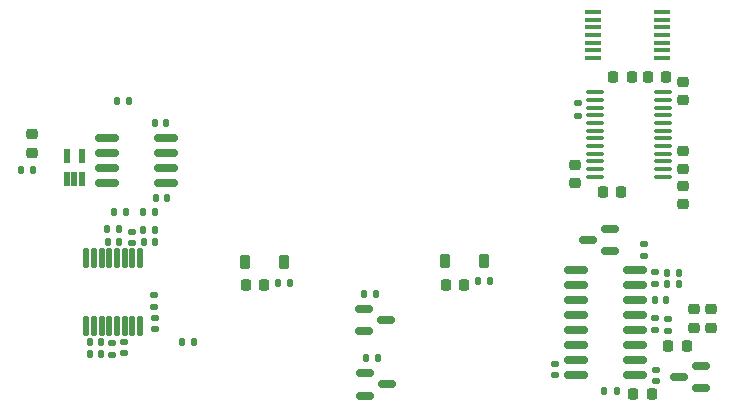
<source format=gbr>
%TF.GenerationSoftware,KiCad,Pcbnew,7.0.5*%
%TF.CreationDate,2024-01-24T13:57:34+02:00*%
%TF.ProjectId,Pi HAT,50692048-4154-42e6-9b69-6361645f7063,1.1.2*%
%TF.SameCoordinates,Original*%
%TF.FileFunction,Paste,Top*%
%TF.FilePolarity,Positive*%
%FSLAX46Y46*%
G04 Gerber Fmt 4.6, Leading zero omitted, Abs format (unit mm)*
G04 Created by KiCad (PCBNEW 7.0.5) date 2024-01-24 13:57:34*
%MOMM*%
%LPD*%
G01*
G04 APERTURE LIST*
G04 Aperture macros list*
%AMRoundRect*
0 Rectangle with rounded corners*
0 $1 Rounding radius*
0 $2 $3 $4 $5 $6 $7 $8 $9 X,Y pos of 4 corners*
0 Add a 4 corners polygon primitive as box body*
4,1,4,$2,$3,$4,$5,$6,$7,$8,$9,$2,$3,0*
0 Add four circle primitives for the rounded corners*
1,1,$1+$1,$2,$3*
1,1,$1+$1,$4,$5*
1,1,$1+$1,$6,$7*
1,1,$1+$1,$8,$9*
0 Add four rect primitives between the rounded corners*
20,1,$1+$1,$2,$3,$4,$5,0*
20,1,$1+$1,$4,$5,$6,$7,0*
20,1,$1+$1,$6,$7,$8,$9,0*
20,1,$1+$1,$8,$9,$2,$3,0*%
G04 Aperture macros list end*
%ADD10RoundRect,0.218750X-0.218750X-0.256250X0.218750X-0.256250X0.218750X0.256250X-0.218750X0.256250X0*%
%ADD11RoundRect,0.135000X-0.185000X0.135000X-0.185000X-0.135000X0.185000X-0.135000X0.185000X0.135000X0*%
%ADD12RoundRect,0.225000X-0.250000X0.225000X-0.250000X-0.225000X0.250000X-0.225000X0.250000X0.225000X0*%
%ADD13RoundRect,0.225000X0.250000X-0.225000X0.250000X0.225000X-0.250000X0.225000X-0.250000X-0.225000X0*%
%ADD14RoundRect,0.100000X-0.637500X-0.100000X0.637500X-0.100000X0.637500X0.100000X-0.637500X0.100000X0*%
%ADD15RoundRect,0.135000X0.185000X-0.135000X0.185000X0.135000X-0.185000X0.135000X-0.185000X-0.135000X0*%
%ADD16RoundRect,0.225000X-0.225000X-0.250000X0.225000X-0.250000X0.225000X0.250000X-0.225000X0.250000X0*%
%ADD17RoundRect,0.020500X0.184500X-0.764500X0.184500X0.764500X-0.184500X0.764500X-0.184500X-0.764500X0*%
%ADD18RoundRect,0.140000X-0.170000X0.140000X-0.170000X-0.140000X0.170000X-0.140000X0.170000X0.140000X0*%
%ADD19RoundRect,0.135000X0.135000X0.185000X-0.135000X0.185000X-0.135000X-0.185000X0.135000X-0.185000X0*%
%ADD20RoundRect,0.150000X0.587500X0.150000X-0.587500X0.150000X-0.587500X-0.150000X0.587500X-0.150000X0*%
%ADD21RoundRect,0.225000X0.225000X0.375000X-0.225000X0.375000X-0.225000X-0.375000X0.225000X-0.375000X0*%
%ADD22RoundRect,0.135000X-0.135000X-0.185000X0.135000X-0.185000X0.135000X0.185000X-0.135000X0.185000X0*%
%ADD23RoundRect,0.150000X-0.825000X-0.150000X0.825000X-0.150000X0.825000X0.150000X-0.825000X0.150000X0*%
%ADD24RoundRect,0.150000X-0.587500X-0.150000X0.587500X-0.150000X0.587500X0.150000X-0.587500X0.150000X0*%
%ADD25RoundRect,0.218750X0.256250X-0.218750X0.256250X0.218750X-0.256250X0.218750X-0.256250X-0.218750X0*%
%ADD26RoundRect,0.150000X0.850000X0.150000X-0.850000X0.150000X-0.850000X-0.150000X0.850000X-0.150000X0*%
%ADD27RoundRect,0.140000X-0.140000X-0.170000X0.140000X-0.170000X0.140000X0.170000X-0.140000X0.170000X0*%
%ADD28RoundRect,0.140000X0.170000X-0.140000X0.170000X0.140000X-0.170000X0.140000X-0.170000X-0.140000X0*%
%ADD29RoundRect,0.218750X0.218750X0.256250X-0.218750X0.256250X-0.218750X-0.256250X0.218750X-0.256250X0*%
%ADD30RoundRect,0.140000X0.140000X0.170000X-0.140000X0.170000X-0.140000X-0.170000X0.140000X-0.170000X0*%
%ADD31R,1.473200X0.355600*%
%ADD32RoundRect,0.225000X0.225000X0.250000X-0.225000X0.250000X-0.225000X-0.250000X0.225000X-0.250000X0*%
%ADD33RoundRect,0.020000X0.180000X-0.575000X0.180000X0.575000X-0.180000X0.575000X-0.180000X-0.575000X0*%
G04 APERTURE END LIST*
D10*
%TO.C,D4*%
X154842500Y-122242000D03*
X156417500Y-122242000D03*
%TD*%
D11*
%TO.C,R2*%
X166050000Y-106880000D03*
X166050000Y-107900000D03*
%TD*%
D12*
%TO.C,C17*%
X174950000Y-105050000D03*
X174950000Y-106600000D03*
%TD*%
D13*
%TO.C,C2*%
X174950000Y-115425000D03*
X174950000Y-113875000D03*
%TD*%
D14*
%TO.C,IC1*%
X167487500Y-105939000D03*
X167487500Y-106589000D03*
X167487500Y-107239000D03*
X167487500Y-107889000D03*
X167487500Y-108539000D03*
X167487500Y-109189000D03*
X167487500Y-109839000D03*
X167487500Y-110489000D03*
X167487500Y-111139000D03*
X167487500Y-111789000D03*
X167487500Y-112439000D03*
X167487500Y-113089000D03*
X173212500Y-113089000D03*
X173212500Y-112439000D03*
X173212500Y-111789000D03*
X173212500Y-111139000D03*
X173212500Y-110489000D03*
X173212500Y-109839000D03*
X173212500Y-109189000D03*
X173212500Y-108539000D03*
X173212500Y-107889000D03*
X173212500Y-107239000D03*
X173212500Y-106589000D03*
X173212500Y-105939000D03*
%TD*%
D15*
%TO.C,R1*%
X171675000Y-119800000D03*
X171675000Y-118780000D03*
%TD*%
D16*
%TO.C,C15*%
X168175000Y-114400000D03*
X169725000Y-114400000D03*
%TD*%
D17*
%TO.C,U5*%
X124404800Y-125706400D03*
X125054800Y-125706400D03*
X125704800Y-125706400D03*
X126354800Y-125706400D03*
X127004800Y-125706400D03*
X127654800Y-125706400D03*
X128304800Y-125706400D03*
X128954800Y-125706400D03*
X128954800Y-119966400D03*
X128304800Y-119966400D03*
X127654800Y-119966400D03*
X127004800Y-119966400D03*
X126354800Y-119966400D03*
X125704800Y-119966400D03*
X125054800Y-119966400D03*
X124404800Y-119966400D03*
%TD*%
D18*
%TO.C,C20*%
X172600000Y-121165000D03*
X172600000Y-122125000D03*
%TD*%
D16*
%TO.C,C3*%
X169050000Y-104650000D03*
X170600000Y-104650000D03*
%TD*%
D19*
%TO.C,R9*%
X119880000Y-112480000D03*
X118860000Y-112480000D03*
%TD*%
D20*
%TO.C,Q4*%
X176451500Y-130998000D03*
X176451500Y-129098000D03*
X174576500Y-130048000D03*
%TD*%
D21*
%TO.C,D1*%
X158110000Y-120210000D03*
X154810000Y-120210000D03*
%TD*%
%TO.C,D2*%
X141189000Y-120308000D03*
X137889000Y-120308000D03*
%TD*%
D18*
%TO.C,C7*%
X127635000Y-127078800D03*
X127635000Y-128038800D03*
%TD*%
D11*
%TO.C,R11*%
X130175000Y-123061000D03*
X130175000Y-124081000D03*
%TD*%
D22*
%TO.C,R14*%
X126185200Y-117551200D03*
X127205200Y-117551200D03*
%TD*%
D23*
%TO.C,U4*%
X126176000Y-109804200D03*
X126176000Y-111074200D03*
X126176000Y-112344200D03*
X126176000Y-113614200D03*
X131126000Y-113614200D03*
X131126000Y-112344200D03*
X131126000Y-111074200D03*
X131126000Y-109804200D03*
%TD*%
D24*
%TO.C,Q3*%
X148035800Y-129707600D03*
X148035800Y-131607600D03*
X149910800Y-130657600D03*
%TD*%
D22*
%TO.C,R5*%
X127010000Y-106650000D03*
X128030000Y-106650000D03*
%TD*%
D25*
%TO.C,D3*%
X119800000Y-111067500D03*
X119800000Y-109492500D03*
%TD*%
D26*
%TO.C,U6*%
X170875000Y-129910000D03*
X170875000Y-128640000D03*
X170875000Y-127370000D03*
X170875000Y-126100000D03*
X170875000Y-124830000D03*
X170875000Y-123560000D03*
X170875000Y-122290000D03*
X170875000Y-121020000D03*
X165875000Y-121020000D03*
X165875000Y-122290000D03*
X165875000Y-123560000D03*
X165875000Y-124830000D03*
X165875000Y-126100000D03*
X165875000Y-127370000D03*
X165875000Y-128640000D03*
X165875000Y-129910000D03*
%TD*%
D22*
%TO.C,R22*%
X168290000Y-131200000D03*
X169310000Y-131200000D03*
%TD*%
D27*
%TO.C,C9*%
X129285400Y-118609800D03*
X130245400Y-118609800D03*
%TD*%
%TO.C,C10*%
X130320000Y-114900000D03*
X131280000Y-114900000D03*
%TD*%
%TO.C,C13*%
X126215200Y-118618000D03*
X127175200Y-118618000D03*
%TD*%
D22*
%TO.C,R3*%
X147953000Y-123037600D03*
X148973000Y-123037600D03*
%TD*%
D19*
%TO.C,R8*%
X133504400Y-127101600D03*
X132484400Y-127101600D03*
%TD*%
D22*
%TO.C,R6*%
X126790000Y-116100000D03*
X127810000Y-116100000D03*
%TD*%
D15*
%TO.C,R18*%
X173700000Y-126110000D03*
X173700000Y-125090000D03*
%TD*%
D22*
%TO.C,R7*%
X129190000Y-116100000D03*
X130210000Y-116100000D03*
%TD*%
D11*
%TO.C,R19*%
X172605000Y-125075000D03*
X172605000Y-126095000D03*
%TD*%
D16*
%TO.C,C22*%
X170730000Y-131450000D03*
X172280000Y-131450000D03*
%TD*%
D28*
%TO.C,C21*%
X164105000Y-129865000D03*
X164105000Y-128905000D03*
%TD*%
%TO.C,C4*%
X128270000Y-118717000D03*
X128270000Y-117757000D03*
%TD*%
D29*
%TO.C,L1*%
X175237500Y-127375000D03*
X173662500Y-127375000D03*
%TD*%
D22*
%TO.C,R17*%
X140680000Y-122040000D03*
X141700000Y-122040000D03*
%TD*%
%TO.C,R15*%
X129230000Y-117620000D03*
X130250000Y-117620000D03*
%TD*%
D19*
%TO.C,R21*%
X174585000Y-122200000D03*
X173565000Y-122200000D03*
%TD*%
D10*
%TO.C,D5*%
X137908500Y-122262000D03*
X139483500Y-122262000D03*
%TD*%
D13*
%TO.C,C23*%
X175850000Y-125850000D03*
X175850000Y-124300000D03*
%TD*%
D30*
%TO.C,C6*%
X131180000Y-108508800D03*
X130220000Y-108508800D03*
%TD*%
D27*
%TO.C,C11*%
X124742000Y-127101600D03*
X125702000Y-127101600D03*
%TD*%
D13*
%TO.C,C14*%
X165800000Y-113652600D03*
X165800000Y-112102600D03*
%TD*%
D24*
%TO.C,Q2*%
X147936200Y-124272000D03*
X147936200Y-126172000D03*
X149811200Y-125222000D03*
%TD*%
D20*
%TO.C,Q1*%
X168783000Y-119380000D03*
X168783000Y-117480000D03*
X166908000Y-118430000D03*
%TD*%
D31*
%TO.C,U1*%
X167358000Y-99144200D03*
X167358000Y-99804600D03*
X167358000Y-100439600D03*
X167358000Y-101100000D03*
X167358000Y-101760400D03*
X167358000Y-102395400D03*
X167358000Y-103055800D03*
X173200000Y-103055800D03*
X173200000Y-102395400D03*
X173200000Y-101760400D03*
X173200000Y-101100000D03*
X173200000Y-100439600D03*
X173200000Y-99804600D03*
X173200000Y-99144200D03*
%TD*%
D32*
%TO.C,C16*%
X173525000Y-104650000D03*
X171975000Y-104650000D03*
%TD*%
D18*
%TO.C,C24*%
X172625000Y-129441000D03*
X172625000Y-130401000D03*
%TD*%
D33*
%TO.C,U3*%
X122750000Y-113260000D03*
X123400000Y-113260000D03*
X124050000Y-113260000D03*
X124050000Y-111340000D03*
X122750000Y-111340000D03*
%TD*%
D12*
%TO.C,C1*%
X174950000Y-110875000D03*
X174950000Y-112425000D03*
%TD*%
D22*
%TO.C,R16*%
X157601000Y-121942000D03*
X158621000Y-121942000D03*
%TD*%
D15*
%TO.C,R10*%
X126619000Y-128145000D03*
X126619000Y-127125000D03*
%TD*%
D13*
%TO.C,C18*%
X177300000Y-125850000D03*
X177300000Y-124300000D03*
%TD*%
D22*
%TO.C,R4*%
X148056900Y-128473200D03*
X149076900Y-128473200D03*
%TD*%
D27*
%TO.C,C12*%
X124740000Y-128080000D03*
X125700000Y-128080000D03*
%TD*%
D19*
%TO.C,R20*%
X174585000Y-121200000D03*
X173565000Y-121200000D03*
%TD*%
D28*
%TO.C,C5*%
X130200400Y-126006800D03*
X130200400Y-125046800D03*
%TD*%
D27*
%TO.C,C19*%
X172525000Y-123535000D03*
X173485000Y-123535000D03*
%TD*%
M02*

</source>
